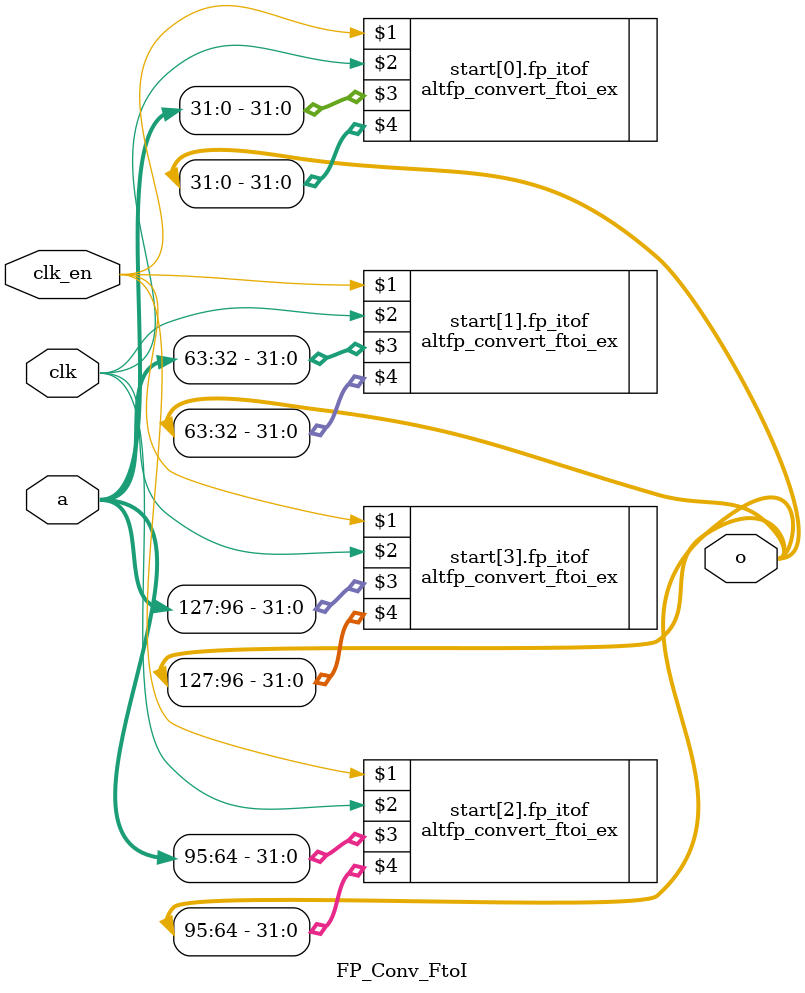
<source format=v>
module FP_Conv_FtoI(
	clk_en,
	clk,
	a,
	o);

	parameter N = 32;
	parameter L = 4;

	input clk_en;
	input clk;

	input [N*L-1:0] a;

	output [N*L-1:0] o;
	
	genvar i;
	generate 
		for(i = 0; i < L; i = i + 1) begin : start
			altfp_convert_ftoi_ex fp_itof(clk_en, clk, a[(i+1)*N-1: i*N], o[(i+1)*N-1: i*N]);
		end
	endgenerate

endmodule
</source>
